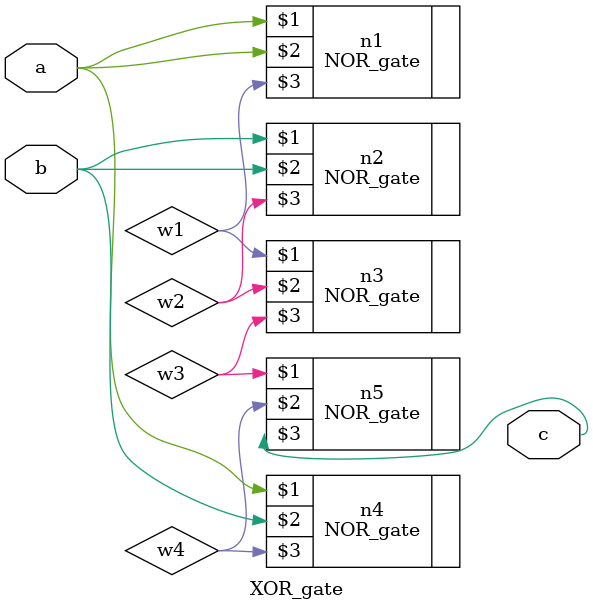
<source format=v>
`include "NOR.v"
module XOR_gate(a, b, c);
input a, b;
output c;

wire w1, w2, w3, w4;

NOR_gate n1(a, a, w1);
NOR_gate n2(b, b, w2);
NOR_gate n3(w1, w2, w3);
NOR_gate n4(a, b, w4);
NOR_gate n5(w3, w4, c);

endmodule
</source>
